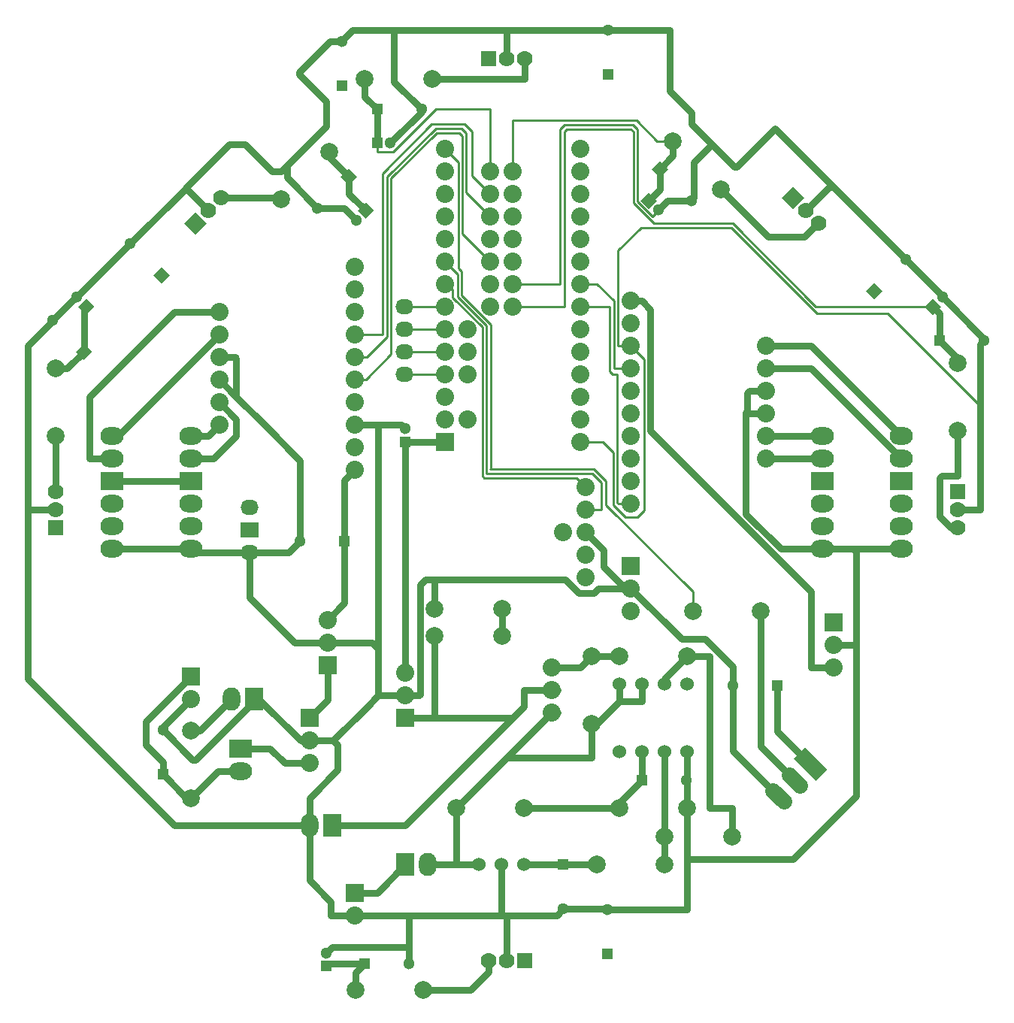
<source format=gbr>
G04 #@! TF.FileFunction,Copper,L2,Bot,Signal*
%FSLAX46Y46*%
G04 Gerber Fmt 4.6, Leading zero omitted, Abs format (unit mm)*
G04 Created by KiCad (PCBNEW 4.0.4-stable) date 12/10/16 14:43:47*
%MOMM*%
%LPD*%
G01*
G04 APERTURE LIST*
%ADD10C,0.100000*%
%ADD11O,2.032000X1.727200*%
%ADD12C,1.778000*%
%ADD13R,1.778000X1.778000*%
%ADD14R,1.300000X1.300000*%
%ADD15C,1.300000*%
%ADD16R,2.032000X2.032000*%
%ADD17O,2.032000X2.032000*%
%ADD18C,1.998980*%
%ADD19O,2.000000X2.600000*%
%ADD20R,2.000000X2.600000*%
%ADD21C,2.032000*%
%ADD22C,1.800860*%
%ADD23R,2.032000X1.727200*%
%ADD24O,2.600000X2.000000*%
%ADD25R,2.600000X2.000000*%
%ADD26C,1.524000*%
%ADD27C,0.762000*%
%ADD28C,0.250000*%
G04 APERTURE END LIST*
D10*
D11*
X140843000Y-78740000D03*
X140843000Y-81280000D03*
X140843000Y-83820000D03*
X140843000Y-86360000D03*
D10*
G36*
X117308159Y-70639077D02*
X116050923Y-69381841D01*
X117308159Y-68124605D01*
X118565395Y-69381841D01*
X117308159Y-70639077D01*
X117308159Y-70639077D01*
G37*
D12*
X118745000Y-67945000D03*
X120181841Y-66508159D03*
D13*
X203200000Y-99568000D03*
D12*
X203200000Y-101600000D03*
X203200000Y-103632000D03*
D14*
X201168000Y-82550000D03*
D15*
X206168000Y-82550000D03*
D10*
G36*
X168752761Y-63246000D02*
X169672000Y-62326761D01*
X170591239Y-63246000D01*
X169672000Y-64165239D01*
X168752761Y-63246000D01*
X168752761Y-63246000D01*
G37*
D15*
X173207534Y-66781534D03*
D14*
X137795000Y-56515000D03*
D15*
X142795000Y-56515000D03*
D10*
G36*
X134620000Y-63215761D02*
X135539239Y-64135000D01*
X134620000Y-65054239D01*
X133700761Y-64135000D01*
X134620000Y-63215761D01*
X134620000Y-63215761D01*
G37*
D15*
X131084466Y-67670534D03*
D10*
G36*
X105694239Y-83820000D02*
X104775000Y-84739239D01*
X103855761Y-83820000D01*
X104775000Y-82900761D01*
X105694239Y-83820000D01*
X105694239Y-83820000D01*
G37*
D15*
X101239466Y-80284466D03*
D14*
X136398000Y-152781000D03*
D15*
X141398000Y-152781000D03*
D10*
G36*
X193802000Y-77881239D02*
X192882761Y-76962000D01*
X193802000Y-76042761D01*
X194721239Y-76962000D01*
X193802000Y-77881239D01*
X193802000Y-77881239D01*
G37*
D15*
X197337534Y-73426466D03*
D14*
X163830000Y-52578000D03*
D15*
X163830000Y-47578000D03*
D14*
X133858000Y-53848000D03*
D15*
X133858000Y-48848000D03*
D10*
G36*
X114457239Y-75184000D02*
X113538000Y-76103239D01*
X112618761Y-75184000D01*
X113538000Y-74264761D01*
X114457239Y-75184000D01*
X114457239Y-75184000D01*
G37*
D15*
X110002466Y-71648466D03*
D14*
X163703000Y-151638000D03*
D15*
X163703000Y-146638000D03*
D14*
X113665000Y-131445000D03*
D15*
X113665000Y-126445000D03*
D14*
X167640000Y-132080000D03*
D15*
X172640000Y-132080000D03*
D14*
X158750000Y-141605000D03*
D15*
X158750000Y-146605000D03*
D14*
X182880000Y-121412000D03*
D15*
X177880000Y-121412000D03*
D16*
X116840000Y-120396000D03*
D17*
X116840000Y-122936000D03*
D18*
X146685000Y-135255000D03*
X154305000Y-135255000D03*
X165100000Y-135255000D03*
X172720000Y-135255000D03*
X170180000Y-141605000D03*
X162560000Y-141605000D03*
X177800000Y-138430000D03*
X170180000Y-138430000D03*
X165100000Y-118110000D03*
X172720000Y-118110000D03*
X161925000Y-125730000D03*
X161925000Y-118110000D03*
X151892000Y-115824000D03*
X144272000Y-115824000D03*
X144272000Y-112776000D03*
X151892000Y-112776000D03*
X180975000Y-113030000D03*
X173355000Y-113030000D03*
X143002000Y-155702000D03*
X135382000Y-155702000D03*
X101600000Y-93345000D03*
X101600000Y-85725000D03*
X127000000Y-66675000D03*
X132388154Y-61286846D03*
X144018000Y-53086000D03*
X136398000Y-53086000D03*
X176530000Y-65532000D03*
X171141846Y-60143846D03*
X203200000Y-92710000D03*
X203200000Y-85090000D03*
D19*
X130175000Y-137160000D03*
D20*
X132715000Y-137160000D03*
D16*
X135255000Y-144780000D03*
D17*
X135255000Y-147320000D03*
D14*
X134112000Y-105156000D03*
D15*
X129112000Y-105156000D03*
D19*
X121412000Y-122936000D03*
D20*
X123952000Y-122936000D03*
D21*
X161290000Y-109220000D03*
X161290000Y-106680000D03*
X161290000Y-104140000D03*
X161290000Y-101600000D03*
X161290000Y-99060000D03*
X158750000Y-104140000D03*
D13*
X154432000Y-152400000D03*
D12*
X152400000Y-152400000D03*
X150368000Y-152400000D03*
D13*
X150368000Y-50800000D03*
D12*
X152400000Y-50800000D03*
X154432000Y-50800000D03*
D13*
X101600000Y-103632000D03*
D12*
X101600000Y-101600000D03*
X101600000Y-99568000D03*
D10*
G36*
X183360923Y-66508159D02*
X184618159Y-65250923D01*
X185875395Y-66508159D01*
X184618159Y-67765395D01*
X183360923Y-66508159D01*
X183360923Y-66508159D01*
G37*
D12*
X186055000Y-67945000D03*
X187491841Y-69381841D03*
D21*
X166370000Y-100965000D03*
X166370000Y-98425000D03*
X166370000Y-95885000D03*
X166370000Y-93345000D03*
X166370000Y-90805000D03*
X166370000Y-88265000D03*
X166370000Y-85725000D03*
X166370000Y-83185000D03*
X166370000Y-80645000D03*
X166370000Y-78105000D03*
X181610000Y-83185000D03*
X181610000Y-85725000D03*
X181610000Y-88265000D03*
X181610000Y-90805000D03*
X181610000Y-93345000D03*
X181610000Y-95885000D03*
D10*
G36*
X185980272Y-128409770D02*
X188455230Y-130884728D01*
X187181830Y-132158128D01*
X184706872Y-129683170D01*
X185980272Y-128409770D01*
X185980272Y-128409770D01*
G37*
D22*
X185385779Y-132680779D02*
X184184221Y-131479221D01*
X183589728Y-134476830D02*
X182388170Y-133275272D01*
D11*
X123444000Y-101346000D03*
D23*
X123444000Y-103886000D03*
D11*
X123444000Y-106426000D03*
D24*
X196850000Y-106045000D03*
X196850000Y-103505000D03*
X196850000Y-100965000D03*
D25*
X196850000Y-98425000D03*
D24*
X196850000Y-95885000D03*
X196850000Y-93345000D03*
X187960000Y-106045000D03*
X187960000Y-103505000D03*
X187960000Y-100965000D03*
D25*
X187960000Y-98425000D03*
D24*
X187960000Y-95885000D03*
X187960000Y-93345000D03*
D18*
X116840000Y-126492000D03*
X116840000Y-134112000D03*
D20*
X140970000Y-141605000D03*
D19*
X143510000Y-141605000D03*
D25*
X122428000Y-128524000D03*
D24*
X122428000Y-131064000D03*
D26*
X151765000Y-141605000D03*
X149225000Y-141605000D03*
X154305000Y-141605000D03*
D16*
X145415000Y-93980000D03*
D21*
X145415000Y-91440000D03*
X145415000Y-88900000D03*
X145415000Y-86360000D03*
X145415000Y-83820000D03*
X145415000Y-81280000D03*
X145415000Y-78740000D03*
X145415000Y-76200000D03*
X145415000Y-73660000D03*
X145415000Y-71120000D03*
X145415000Y-68580000D03*
X145415000Y-66040000D03*
X145415000Y-63500000D03*
X145415000Y-60960000D03*
X147955000Y-91440000D03*
X147955000Y-86360000D03*
X147955000Y-83820000D03*
X147955000Y-81280000D03*
X160655000Y-60960000D03*
X160655000Y-63500000D03*
X160655000Y-66040000D03*
X160655000Y-68580000D03*
X160655000Y-71120000D03*
X160655000Y-73660000D03*
X160655000Y-76200000D03*
X160655000Y-78740000D03*
X160655000Y-81280000D03*
X160655000Y-83820000D03*
X160655000Y-86360000D03*
X160655000Y-88900000D03*
X160655000Y-91440000D03*
X160655000Y-93980000D03*
X153035000Y-63500000D03*
X153035000Y-66040000D03*
X153035000Y-68580000D03*
X153035000Y-71120000D03*
X153035000Y-73660000D03*
X153035000Y-76200000D03*
X153035000Y-78740000D03*
X150495000Y-78740000D03*
X150495000Y-76200000D03*
X150495000Y-73660000D03*
X150495000Y-71120000D03*
X150495000Y-68580000D03*
X150495000Y-66040000D03*
X150495000Y-63500000D03*
X135255000Y-74295000D03*
X135255000Y-76835000D03*
X135255000Y-79375000D03*
X135255000Y-81915000D03*
X135255000Y-84455000D03*
X135255000Y-86995000D03*
X135255000Y-89535000D03*
X135255000Y-92075000D03*
X135255000Y-94615000D03*
X135255000Y-97155000D03*
X120015000Y-92075000D03*
X120015000Y-89535000D03*
X120015000Y-86995000D03*
X120015000Y-84455000D03*
X120015000Y-81915000D03*
X120015000Y-79375000D03*
D24*
X116840000Y-106045000D03*
X116840000Y-103505000D03*
X116840000Y-100965000D03*
D25*
X116840000Y-98425000D03*
D24*
X116840000Y-95885000D03*
X116840000Y-93345000D03*
X107950000Y-106045000D03*
X107950000Y-103505000D03*
X107950000Y-100965000D03*
D25*
X107950000Y-98425000D03*
D24*
X107950000Y-95885000D03*
X107950000Y-93345000D03*
D26*
X167640000Y-121285000D03*
X170180000Y-121285000D03*
X172720000Y-121285000D03*
X165100000Y-121285000D03*
X165100000Y-128905000D03*
X167640000Y-128905000D03*
X170180000Y-128905000D03*
X172720000Y-128905000D03*
D21*
X166370000Y-110490000D03*
X166370000Y-113030000D03*
D16*
X166370000Y-107950000D03*
D21*
X140970000Y-122555000D03*
X140970000Y-120015000D03*
D16*
X140970000Y-125095000D03*
D21*
X130175000Y-127635000D03*
X130175000Y-130175000D03*
D16*
X130175000Y-125095000D03*
D21*
X189230000Y-116840000D03*
X189230000Y-119380000D03*
D16*
X189230000Y-114300000D03*
D21*
X132207000Y-116586000D03*
X132207000Y-114046000D03*
D16*
X132207000Y-119126000D03*
D15*
X140970000Y-92480000D03*
D14*
X140970000Y-93980000D03*
D15*
X132080000Y-151535000D03*
D14*
X132080000Y-153035000D03*
D15*
X103968340Y-77679340D03*
D10*
G36*
X105948239Y-78740000D02*
X105029000Y-79659239D01*
X104109761Y-78740000D01*
X105029000Y-77820761D01*
X105948239Y-78740000D01*
X105948239Y-78740000D01*
G37*
D15*
X135464340Y-69005660D03*
D10*
G36*
X136525000Y-67025761D02*
X137444239Y-67945000D01*
X136525000Y-68864239D01*
X135605761Y-67945000D01*
X136525000Y-67025761D01*
X136525000Y-67025761D01*
G37*
D15*
X139295000Y-60325000D03*
D14*
X137795000Y-60325000D03*
D15*
X169462660Y-67862660D03*
D10*
G36*
X167482761Y-66802000D02*
X168402000Y-65882761D01*
X169321239Y-66802000D01*
X168402000Y-67721239D01*
X167482761Y-66802000D01*
X167482761Y-66802000D01*
G37*
D15*
X201466660Y-77679340D03*
D10*
G36*
X200406000Y-79659239D02*
X199486761Y-78740000D01*
X200406000Y-77820761D01*
X201325239Y-78740000D01*
X200406000Y-79659239D01*
X200406000Y-79659239D01*
G37*
D21*
X157480000Y-121920000D03*
X157480000Y-119380000D03*
X157480000Y-124460000D03*
D27*
X137871200Y-92075000D02*
X137871200Y-117246400D01*
X137871200Y-117246400D02*
X137922000Y-117297200D01*
X132207000Y-116586000D02*
X137210800Y-116586000D01*
X137210800Y-116586000D02*
X137922000Y-117297200D01*
X137922000Y-117297200D02*
X137922000Y-122555000D01*
X135255000Y-92075000D02*
X137871200Y-92075000D01*
X137871200Y-92075000D02*
X140565000Y-92075000D01*
X140565000Y-92075000D02*
X140970000Y-92480000D01*
X140565000Y-92075000D02*
X140970000Y-92480000D01*
X132207000Y-116586000D02*
X130302000Y-116586000D01*
X123444000Y-111506000D02*
X123444000Y-106426000D01*
X128524000Y-116586000D02*
X123444000Y-111506000D01*
X130302000Y-116586000D02*
X128524000Y-116586000D01*
X123952000Y-122936000D02*
X124460000Y-122936000D01*
X124460000Y-122936000D02*
X129159000Y-127635000D01*
X129159000Y-127635000D02*
X130175000Y-127635000D01*
X144272000Y-112776000D02*
X144272000Y-109474000D01*
X140970000Y-122555000D02*
X142494000Y-122555000D01*
X142621000Y-110109000D02*
X143256000Y-109474000D01*
X142621000Y-122428000D02*
X142621000Y-110109000D01*
X142494000Y-122555000D02*
X142621000Y-122428000D01*
X140970000Y-122555000D02*
X137922000Y-122555000D01*
X137922000Y-122555000D02*
X136525000Y-123952000D01*
X136525000Y-123952000D02*
X132842000Y-127635000D01*
X130175000Y-137160000D02*
X130175000Y-134112000D01*
X132842000Y-127635000D02*
X130175000Y-127635000D01*
X133350000Y-128143000D02*
X132842000Y-127635000D01*
X133350000Y-130937000D02*
X133350000Y-128143000D01*
X130175000Y-134112000D02*
X133350000Y-130937000D01*
X172720000Y-128905000D02*
X172720000Y-132000000D01*
X172720000Y-132000000D02*
X172640000Y-132080000D01*
X123952000Y-122936000D02*
X123952000Y-123190000D01*
X123952000Y-123190000D02*
X117348000Y-129794000D01*
X117014000Y-129794000D02*
X113665000Y-126445000D01*
X117348000Y-129794000D02*
X117014000Y-129794000D01*
X113665000Y-126445000D02*
X113665000Y-126111000D01*
X113665000Y-126111000D02*
X116840000Y-122936000D01*
X107950000Y-106045000D02*
X116840000Y-106045000D01*
D28*
X169462660Y-67862660D02*
X169462660Y-67900340D01*
X169462660Y-67900340D02*
X168783000Y-68580000D01*
X158426998Y-76200000D02*
X153035000Y-76200000D01*
X158426998Y-58801000D02*
X158426998Y-76200000D01*
X158934998Y-58293000D02*
X158426998Y-58801000D01*
X166624000Y-58293000D02*
X158934998Y-58293000D01*
X167132000Y-58801000D02*
X166624000Y-58293000D01*
X167132000Y-66929000D02*
X167132000Y-58801000D01*
X168783000Y-68580000D02*
X167132000Y-66929000D01*
D27*
X140565000Y-92075000D02*
X140970000Y-92480000D01*
X120015000Y-84455000D02*
X121793000Y-84455000D01*
X121920000Y-84582000D02*
X121920000Y-88900000D01*
X121793000Y-84455000D02*
X121920000Y-84582000D01*
X129112000Y-105156000D02*
X129112000Y-96092000D01*
X129112000Y-96092000D02*
X125095000Y-92075000D01*
X125095000Y-92075000D02*
X121920000Y-88900000D01*
X121920000Y-88900000D02*
X120015000Y-86995000D01*
X123444000Y-106426000D02*
X117221000Y-106426000D01*
X117221000Y-106426000D02*
X116840000Y-106045000D01*
X123444000Y-106426000D02*
X127842000Y-106426000D01*
X127842000Y-106426000D02*
X129112000Y-105156000D01*
X177880000Y-121412000D02*
X177880000Y-119333000D01*
X172085000Y-116205000D02*
X166370000Y-110490000D01*
X174752000Y-116205000D02*
X172085000Y-116205000D01*
X177880000Y-119333000D02*
X174752000Y-116205000D01*
X177880000Y-121412000D02*
X177880000Y-128767102D01*
X177880000Y-128767102D02*
X182988949Y-133876051D01*
X141398000Y-150876000D02*
X132739000Y-150876000D01*
X132739000Y-150876000D02*
X132080000Y-151535000D01*
X141398000Y-152781000D02*
X141398000Y-150876000D01*
X141398000Y-150876000D02*
X141398000Y-147320000D01*
X141398000Y-147320000D02*
X141478000Y-147320000D01*
X166370000Y-110490000D02*
X162687000Y-110490000D01*
X159004000Y-109474000D02*
X144272000Y-109474000D01*
X144272000Y-109474000D02*
X143256000Y-109474000D01*
X160528000Y-110998000D02*
X159004000Y-109474000D01*
X162179000Y-110998000D02*
X160528000Y-110998000D01*
X162687000Y-110490000D02*
X162179000Y-110998000D01*
D28*
X160655000Y-93980000D02*
X163195000Y-93980000D01*
X167894000Y-84709000D02*
X166370000Y-83185000D01*
X167894000Y-101727000D02*
X167894000Y-84709000D01*
X167132000Y-102489000D02*
X167894000Y-101727000D01*
X165735000Y-102489000D02*
X167132000Y-102489000D01*
X164395998Y-101149998D02*
X165735000Y-102489000D01*
X164395998Y-95180998D02*
X164395998Y-101149998D01*
X163195000Y-93980000D02*
X164395998Y-95180998D01*
X166370000Y-83185000D02*
X164973000Y-83185000D01*
X195326000Y-79502000D02*
X205740000Y-89916000D01*
X187325000Y-79502000D02*
X195326000Y-79502000D01*
X177673000Y-69850000D02*
X187325000Y-79502000D01*
X167513000Y-69850000D02*
X177673000Y-69850000D01*
X164915002Y-72447998D02*
X167513000Y-69850000D01*
X164915002Y-83127002D02*
X164915002Y-72447998D01*
X164973000Y-83185000D02*
X164915002Y-83127002D01*
D27*
X173207534Y-66781534D02*
X170543786Y-66781534D01*
X170543786Y-66781534D02*
X169462660Y-67862660D01*
X175514000Y-60452000D02*
X173482000Y-62484000D01*
X173482000Y-62484000D02*
X173482000Y-66507068D01*
X173482000Y-66507068D02*
X173207534Y-66781534D01*
X131084466Y-67670534D02*
X134129214Y-67670534D01*
X134129214Y-67670534D02*
X135464340Y-69005660D01*
X127635000Y-62865000D02*
X127635000Y-64221068D01*
X127635000Y-64221068D02*
X131084466Y-67670534D01*
X142795000Y-56515000D02*
X142795000Y-56825000D01*
X142795000Y-56825000D02*
X139295000Y-60325000D01*
X139700000Y-47578000D02*
X139700000Y-53420000D01*
X139700000Y-53420000D02*
X142795000Y-56515000D01*
X163322000Y-106172000D02*
X161290000Y-104140000D01*
X163322000Y-108077000D02*
X163322000Y-106172000D01*
X165735000Y-110490000D02*
X163322000Y-108077000D01*
X166370000Y-110490000D02*
X165735000Y-110490000D01*
X179451000Y-90805000D02*
X179451000Y-88519000D01*
X179705000Y-88265000D02*
X181610000Y-88265000D01*
X179451000Y-88519000D02*
X179705000Y-88265000D01*
X187960000Y-106045000D02*
X183261000Y-106045000D01*
X179451000Y-90805000D02*
X181610000Y-90805000D01*
X179324000Y-90678000D02*
X179451000Y-90805000D01*
X179324000Y-102108000D02*
X179324000Y-90678000D01*
X183261000Y-106045000D02*
X179324000Y-102108000D01*
X191770000Y-116840000D02*
X191770000Y-106426000D01*
X191770000Y-106426000D02*
X191389000Y-106045000D01*
X187960000Y-106045000D02*
X191389000Y-106045000D01*
X191389000Y-106045000D02*
X196850000Y-106045000D01*
X172720000Y-140970000D02*
X184658000Y-140970000D01*
X191770000Y-116840000D02*
X189230000Y-116840000D01*
X191770000Y-133858000D02*
X191770000Y-116840000D01*
X184658000Y-140970000D02*
X191770000Y-133858000D01*
X205740000Y-101600000D02*
X205740000Y-89916000D01*
X205740000Y-89916000D02*
X205740000Y-82978000D01*
X205740000Y-82978000D02*
X206168000Y-82550000D01*
X98425000Y-101600000D02*
X98425000Y-120650000D01*
X114935000Y-137160000D02*
X130175000Y-137160000D01*
X98425000Y-120650000D02*
X114935000Y-137160000D01*
X152400000Y-152400000D02*
X152400000Y-147320000D01*
X151765000Y-147320000D02*
X152400000Y-147320000D01*
X152400000Y-147320000D02*
X158035000Y-147320000D01*
X158035000Y-147320000D02*
X158750000Y-146605000D01*
X152480000Y-152320000D02*
X152400000Y-152400000D01*
X205740000Y-101600000D02*
X203200000Y-101600000D01*
X130175000Y-137160000D02*
X130175000Y-143383000D01*
X130175000Y-143383000D02*
X132588000Y-145796000D01*
X132588000Y-145796000D02*
X132588000Y-147320000D01*
X132588000Y-147320000D02*
X135128000Y-147320000D01*
X101239466Y-80284466D02*
X101239466Y-80370534D01*
X101239466Y-80370534D02*
X98425000Y-83185000D01*
X98425000Y-83185000D02*
X98425000Y-101600000D01*
X103968340Y-77679340D02*
X103844592Y-77679340D01*
X103844592Y-77679340D02*
X101239466Y-80284466D01*
X110002466Y-71648466D02*
X109999214Y-71648466D01*
X109999214Y-71648466D02*
X103968340Y-77679340D01*
X116205000Y-65405000D02*
X116205000Y-65445932D01*
X116205000Y-65445932D02*
X110002466Y-71648466D01*
X133858000Y-48848000D02*
X133858000Y-48768000D01*
X133858000Y-48768000D02*
X135048000Y-47578000D01*
X135048000Y-47578000D02*
X139700000Y-47578000D01*
X139700000Y-47578000D02*
X152447000Y-47578000D01*
X116205000Y-65405000D02*
X121158000Y-60452000D01*
X132508000Y-48848000D02*
X133858000Y-48848000D01*
X129032000Y-52324000D02*
X132508000Y-48848000D01*
X129032000Y-52578000D02*
X129032000Y-52324000D01*
X132080000Y-55626000D02*
X129032000Y-52578000D01*
X132080000Y-58420000D02*
X132080000Y-55626000D01*
X127000000Y-63500000D02*
X127635000Y-62865000D01*
X127635000Y-62865000D02*
X132080000Y-58420000D01*
X125984000Y-63500000D02*
X127000000Y-63500000D01*
X122936000Y-60452000D02*
X125984000Y-63500000D01*
X121158000Y-60452000D02*
X122936000Y-60452000D01*
X163830000Y-47578000D02*
X152447000Y-47578000D01*
X152447000Y-47578000D02*
X152400000Y-47625000D01*
X170791000Y-54483000D02*
X170791000Y-47649000D01*
X170720000Y-47578000D02*
X163830000Y-47578000D01*
X170791000Y-47649000D02*
X170720000Y-47578000D01*
X173207534Y-56899534D02*
X170791000Y-54483000D01*
X197358000Y-73446932D02*
X197358000Y-73406000D01*
X197358000Y-73406000D02*
X189230000Y-65278000D01*
X188722000Y-65278000D02*
X186055000Y-67945000D01*
X201466660Y-77679340D02*
X201466660Y-77555592D01*
X201466660Y-77555592D02*
X197358000Y-73446932D01*
X206168000Y-82550000D02*
X206168000Y-82380680D01*
X206168000Y-82380680D02*
X201466660Y-77679340D01*
X197358000Y-73446932D02*
X197358000Y-73570680D01*
X158750000Y-146605000D02*
X163670000Y-146605000D01*
X163670000Y-146605000D02*
X163750000Y-146685000D01*
X163750000Y-146685000D02*
X172720000Y-146685000D01*
X172720000Y-146685000D02*
X172720000Y-140970000D01*
X158783000Y-146638000D02*
X158750000Y-146605000D01*
X152400000Y-50800000D02*
X152400000Y-47625000D01*
X118745000Y-67945000D02*
X116205000Y-65405000D01*
X98425000Y-101600000D02*
X101600000Y-101600000D01*
X172720000Y-140970000D02*
X172720000Y-135255000D01*
X172720000Y-135255000D02*
X172720000Y-132160000D01*
X151765000Y-141605000D02*
X151765000Y-147320000D01*
X135128000Y-147320000D02*
X141478000Y-147320000D01*
X141478000Y-147320000D02*
X151765000Y-147320000D01*
X173207534Y-58186466D02*
X173207534Y-56899534D01*
X173207534Y-58186466D02*
X173248466Y-58186466D01*
X173248466Y-58186466D02*
X175514000Y-60452000D01*
X175514000Y-60452000D02*
X178054000Y-62992000D01*
X178054000Y-62992000D02*
X178308000Y-62992000D01*
X178308000Y-62992000D02*
X182626000Y-58674000D01*
X182626000Y-58674000D02*
X189230000Y-65278000D01*
X189230000Y-65278000D02*
X188722000Y-65278000D01*
X135255000Y-144780000D02*
X137795000Y-144780000D01*
X137795000Y-144780000D02*
X140970000Y-141605000D01*
X158750000Y-141605000D02*
X162560000Y-141605000D01*
X154305000Y-141605000D02*
X158750000Y-141605000D01*
X167640000Y-128905000D02*
X167640000Y-132080000D01*
X165100000Y-135255000D02*
X165100000Y-134620000D01*
X165100000Y-134620000D02*
X167640000Y-132080000D01*
X154305000Y-135255000D02*
X165100000Y-135255000D01*
X113665000Y-131445000D02*
X113665000Y-130048000D01*
X111760000Y-125476000D02*
X116840000Y-120396000D01*
X111760000Y-128143000D02*
X111760000Y-125476000D01*
X113665000Y-130048000D02*
X111760000Y-128143000D01*
X116840000Y-134112000D02*
X116332000Y-134112000D01*
X116332000Y-134112000D02*
X113665000Y-131445000D01*
X122428000Y-131064000D02*
X119888000Y-131064000D01*
X119888000Y-131064000D02*
X116840000Y-134112000D01*
D28*
X150114000Y-97536000D02*
X150114000Y-80897602D01*
X163068000Y-98552000D02*
X162052000Y-97536000D01*
X162052000Y-97536000D02*
X150114000Y-97536000D01*
X161290000Y-101600000D02*
X163068000Y-101600000D01*
X163068000Y-101600000D02*
X163068000Y-98552000D01*
X146876199Y-75121199D02*
X145415000Y-73660000D01*
X146876199Y-77659801D02*
X146876199Y-75121199D01*
X150114000Y-80897602D02*
X146876199Y-77659801D01*
X145415000Y-76200000D02*
X145664197Y-76200000D01*
X145664197Y-76200000D02*
X146304000Y-76839803D01*
X146304000Y-76839803D02*
X146304000Y-77724000D01*
X146304000Y-77724000D02*
X149663998Y-81083998D01*
X149663998Y-81083998D02*
X149663998Y-97847998D01*
X149663998Y-97847998D02*
X149860000Y-98044000D01*
X149860000Y-98044000D02*
X160274000Y-98044000D01*
X160274000Y-98044000D02*
X161290000Y-99060000D01*
D27*
X150368000Y-152400000D02*
X150368000Y-153670000D01*
X148336000Y-155702000D02*
X143002000Y-155702000D01*
X150368000Y-153670000D02*
X148336000Y-155702000D01*
X154432000Y-50800000D02*
X154432000Y-53086000D01*
X154432000Y-53086000D02*
X144018000Y-53086000D01*
X101600000Y-99568000D02*
X101600000Y-93345000D01*
X120181841Y-66508159D02*
X126833159Y-66508159D01*
X126833159Y-66508159D02*
X127000000Y-66675000D01*
X203200000Y-103632000D02*
X202438000Y-103632000D01*
X202438000Y-103632000D02*
X201168000Y-102362000D01*
X201168000Y-102362000D02*
X201168000Y-98044000D01*
X201168000Y-98044000D02*
X201422000Y-97790000D01*
X201422000Y-97790000D02*
X203200000Y-97790000D01*
X203200000Y-97790000D02*
X203200000Y-92710000D01*
X187491841Y-69381841D02*
X187412159Y-69381841D01*
X187412159Y-69381841D02*
X185928000Y-70866000D01*
X181864000Y-70866000D02*
X176530000Y-65532000D01*
X185928000Y-70866000D02*
X181864000Y-70866000D01*
X182880000Y-121412000D02*
X182880000Y-126582898D01*
X182880000Y-126582898D02*
X186581051Y-130283949D01*
X181610000Y-83185000D02*
X186690000Y-83185000D01*
X186690000Y-83185000D02*
X196850000Y-93345000D01*
X181610000Y-85725000D02*
X186690000Y-85725000D01*
X186690000Y-85725000D02*
X196850000Y-95885000D01*
X165100000Y-121285000D02*
X165100000Y-123190000D01*
X167640000Y-121285000D02*
X167640000Y-123190000D01*
X167640000Y-123190000D02*
X165100000Y-123190000D01*
X143510000Y-141605000D02*
X146685000Y-141605000D01*
X161925000Y-129540000D02*
X161925000Y-125730000D01*
X152400000Y-129540000D02*
X146685000Y-135255000D01*
X165100000Y-123190000D02*
X162560000Y-125730000D01*
X162560000Y-125730000D02*
X161925000Y-125730000D01*
X146685000Y-141605000D02*
X146685000Y-135255000D01*
X146685000Y-141605000D02*
X149225000Y-141605000D01*
X152400000Y-129540000D02*
X161925000Y-129540000D01*
X157480000Y-124460000D02*
X152400000Y-129540000D01*
X158115000Y-124460000D02*
X157480000Y-124460000D01*
X172720000Y-118110000D02*
X170180000Y-120650000D01*
X170180000Y-120650000D02*
X170180000Y-121285000D01*
X177800000Y-138430000D02*
X177800000Y-135255000D01*
X175260000Y-118110000D02*
X172720000Y-118110000D01*
X175260000Y-135255000D02*
X175260000Y-118110000D01*
X177800000Y-135255000D02*
X175260000Y-135255000D01*
X170180000Y-128905000D02*
X170180000Y-138430000D01*
X170180000Y-141605000D02*
X170180000Y-138430000D01*
X180975000Y-113030000D02*
X180975000Y-128270000D01*
X180975000Y-128270000D02*
X184785000Y-132080000D01*
X158115000Y-119380000D02*
X160655000Y-119380000D01*
X160655000Y-119380000D02*
X161925000Y-118110000D01*
X165100000Y-118110000D02*
X161925000Y-118110000D01*
D28*
X164014998Y-78740000D02*
X160655000Y-78740000D01*
X164014998Y-86036998D02*
X164014998Y-78740000D01*
X164338000Y-86360000D02*
X164014998Y-86036998D01*
X164846000Y-86360000D02*
X164338000Y-86360000D01*
X164846000Y-100838000D02*
X164846000Y-86360000D01*
X164973000Y-100965000D02*
X164846000Y-100838000D01*
X161290000Y-78740000D02*
X160655000Y-78740000D01*
X166370000Y-100965000D02*
X164973000Y-100965000D01*
X162560000Y-76200000D02*
X160655000Y-76200000D01*
X164465000Y-78105000D02*
X162560000Y-76200000D01*
X164465000Y-85725000D02*
X164465000Y-78105000D01*
X166370000Y-85725000D02*
X164465000Y-85725000D01*
D27*
X166370000Y-78105000D02*
X167640000Y-78105000D01*
X186690000Y-119380000D02*
X189230000Y-119380000D01*
X186690000Y-110834476D02*
X186690000Y-119380000D01*
X168600002Y-92744478D02*
X186690000Y-110834476D01*
X168600002Y-79065002D02*
X168600002Y-92744478D01*
X167640000Y-78105000D02*
X168600002Y-79065002D01*
X181610000Y-93345000D02*
X187960000Y-93345000D01*
X181610000Y-95885000D02*
X187960000Y-95885000D01*
X158115000Y-121920000D02*
X154305000Y-121920000D01*
X154305000Y-121920000D02*
X154305000Y-123825000D01*
X132207000Y-119126000D02*
X132207000Y-123063000D01*
X132207000Y-123063000D02*
X130175000Y-125095000D01*
X144272000Y-115824000D02*
X144272000Y-125095000D01*
X144272000Y-125095000D02*
X144145000Y-125095000D01*
X140970000Y-125095000D02*
X144145000Y-125095000D01*
X144145000Y-125095000D02*
X153035000Y-125095000D01*
X189230000Y-114300000D02*
X189230000Y-113665000D01*
X140970000Y-137160000D02*
X132715000Y-137160000D01*
X153035000Y-125095000D02*
X140970000Y-137160000D01*
X154305000Y-123825000D02*
X153035000Y-125095000D01*
X151892000Y-115824000D02*
X151892000Y-112776000D01*
D28*
X173355000Y-113030000D02*
X173355000Y-110871000D01*
X146939000Y-62484000D02*
X145415000Y-60960000D01*
X146939000Y-74422000D02*
X146939000Y-62484000D01*
X147326201Y-74809201D02*
X146939000Y-74422000D01*
X147326201Y-77473405D02*
X147326201Y-74809201D01*
X150622000Y-80769204D02*
X147326201Y-77473405D01*
X150622000Y-96970002D02*
X150622000Y-80769204D01*
X150564002Y-97028000D02*
X150622000Y-96970002D01*
X162180398Y-97028000D02*
X150564002Y-97028000D01*
X163576000Y-98423602D02*
X162180398Y-97028000D01*
X163576000Y-101092000D02*
X163576000Y-98423602D01*
X173355000Y-110871000D02*
X163576000Y-101092000D01*
D27*
X130175000Y-130175000D02*
X127381000Y-130175000D01*
X125730000Y-128524000D02*
X122428000Y-128524000D01*
X127381000Y-130175000D02*
X125730000Y-128524000D01*
X136398000Y-152781000D02*
X132334000Y-152781000D01*
X132334000Y-152781000D02*
X132080000Y-153035000D01*
X135382000Y-155702000D02*
X135382000Y-153797000D01*
X135382000Y-153797000D02*
X136398000Y-152781000D01*
X104775000Y-83820000D02*
X104775000Y-78994000D01*
X104775000Y-78994000D02*
X105029000Y-78740000D01*
X101600000Y-85725000D02*
X102870000Y-85725000D01*
X102870000Y-85725000D02*
X104775000Y-83820000D01*
X134620000Y-64135000D02*
X134620000Y-66040000D01*
X134620000Y-66040000D02*
X136525000Y-67945000D01*
X132388154Y-61286846D02*
X132388154Y-61903154D01*
X132388154Y-61903154D02*
X134620000Y-64135000D01*
D28*
X137795000Y-60325000D02*
X137795000Y-61341000D01*
X150495000Y-56515000D02*
X150495000Y-63500000D01*
X144399000Y-56515000D02*
X150495000Y-56515000D01*
X139573000Y-61341000D02*
X144399000Y-56515000D01*
X137795000Y-61341000D02*
X139573000Y-61341000D01*
D27*
X137795000Y-56515000D02*
X137795000Y-60325000D01*
X136398000Y-53086000D02*
X136398000Y-55118000D01*
X136398000Y-55118000D02*
X137795000Y-56515000D01*
D28*
X171141846Y-60143846D02*
X169363846Y-60143846D01*
X153035000Y-57785000D02*
X153035000Y-63500000D01*
X167005000Y-57785000D02*
X153035000Y-57785000D01*
X169363846Y-60143846D02*
X167005000Y-57785000D01*
D27*
X169672000Y-63246000D02*
X169672000Y-65532000D01*
X169672000Y-65532000D02*
X168402000Y-66802000D01*
X171141846Y-60143846D02*
X171141846Y-61776154D01*
X171141846Y-61776154D02*
X169672000Y-63246000D01*
D28*
X200406000Y-78740000D02*
X187199398Y-78740000D01*
X158877000Y-78740000D02*
X153035000Y-78740000D01*
X158877000Y-58997002D02*
X158877000Y-78740000D01*
X159131000Y-58743002D02*
X158877000Y-58997002D01*
X166370000Y-58743002D02*
X159131000Y-58743002D01*
X166681998Y-59055000D02*
X166370000Y-58743002D01*
X166681998Y-67115396D02*
X166681998Y-59055000D01*
X168966600Y-69399998D02*
X166681998Y-67115396D01*
X177859396Y-69399998D02*
X168966600Y-69399998D01*
X187199398Y-78740000D02*
X177859396Y-69399998D01*
D27*
X201168000Y-82550000D02*
X201168000Y-79502000D01*
X201168000Y-79502000D02*
X200406000Y-78740000D01*
X203200000Y-85090000D02*
X203200000Y-84582000D01*
X203200000Y-84582000D02*
X201168000Y-82550000D01*
X134112000Y-105156000D02*
X134112000Y-112141000D01*
X134112000Y-112141000D02*
X132207000Y-114046000D01*
X134112000Y-105156000D02*
X134112000Y-98298000D01*
X134112000Y-98298000D02*
X135255000Y-97155000D01*
X140970000Y-120015000D02*
X140970000Y-93980000D01*
X107950000Y-98425000D02*
X116840000Y-98425000D01*
X113538000Y-75184000D02*
X113538000Y-75311000D01*
X145415000Y-93980000D02*
X140970000Y-93980000D01*
X145415000Y-93980000D02*
X146050000Y-93980000D01*
X116840000Y-93345000D02*
X118745000Y-93345000D01*
X118745000Y-93345000D02*
X120015000Y-92075000D01*
X116840000Y-95885000D02*
X119380000Y-95885000D01*
X121920000Y-91440000D02*
X120015000Y-89535000D01*
X121920000Y-93345000D02*
X121920000Y-91440000D01*
X119380000Y-95885000D02*
X121920000Y-93345000D01*
X107950000Y-93345000D02*
X108585000Y-93345000D01*
X108585000Y-93345000D02*
X120015000Y-81915000D01*
X107950000Y-95885000D02*
X105410000Y-95885000D01*
X114935000Y-79375000D02*
X120015000Y-79375000D01*
X105410000Y-88900000D02*
X114935000Y-79375000D01*
X105410000Y-95885000D02*
X105410000Y-88900000D01*
D28*
X135255000Y-86995000D02*
X136525000Y-86995000D01*
X147389002Y-70554002D02*
X150495000Y-73660000D01*
X147389002Y-59505002D02*
X147389002Y-70554002D01*
X147066000Y-59182000D02*
X147389002Y-59505002D01*
X144527398Y-59182000D02*
X147066000Y-59182000D01*
X139388002Y-64321396D02*
X144527398Y-59182000D01*
X139388002Y-84131998D02*
X139388002Y-64321396D01*
X136525000Y-86995000D02*
X139388002Y-84131998D01*
X135255000Y-84455000D02*
X136652000Y-84455000D01*
X147839004Y-65924004D02*
X150495000Y-68580000D01*
X147839004Y-59193004D02*
X147839004Y-65924004D01*
X147320000Y-58674000D02*
X147839004Y-59193004D01*
X144399000Y-58674000D02*
X147320000Y-58674000D01*
X138938000Y-64135000D02*
X144399000Y-58674000D01*
X138938000Y-82169000D02*
X138938000Y-64135000D01*
X136652000Y-84455000D02*
X138938000Y-82169000D01*
X135255000Y-81915000D02*
X138430000Y-81915000D01*
X148463000Y-64008000D02*
X150495000Y-66040000D01*
X148463000Y-59055000D02*
X148463000Y-64008000D01*
X147631998Y-58223998D02*
X148463000Y-59055000D01*
X143960002Y-58223998D02*
X147631998Y-58223998D01*
X138430000Y-63754000D02*
X143960002Y-58223998D01*
X138430000Y-81915000D02*
X138430000Y-63754000D01*
X145415000Y-86360000D02*
X140843000Y-86360000D01*
X140843000Y-83820000D02*
X145415000Y-83820000D01*
X145415000Y-81280000D02*
X140843000Y-81280000D01*
X140843000Y-78740000D02*
X145415000Y-78740000D01*
D27*
X116840000Y-126492000D02*
X117856000Y-126492000D01*
X117856000Y-126492000D02*
X121412000Y-122936000D01*
M02*

</source>
